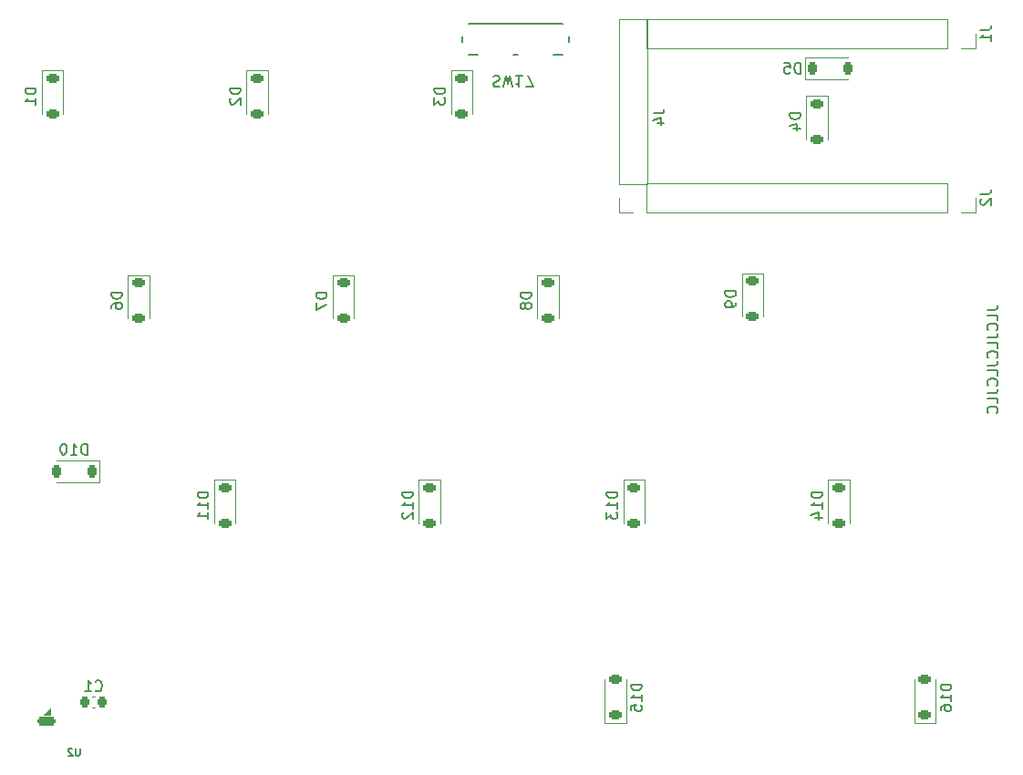
<source format=gbo>
%TF.GenerationSoftware,KiCad,Pcbnew,7.0.10*%
%TF.CreationDate,2024-04-29T20:55:19+02:00*%
%TF.ProjectId,Mathboard,4d617468-626f-4617-9264-2e6b69636164,rev?*%
%TF.SameCoordinates,Original*%
%TF.FileFunction,Legend,Bot*%
%TF.FilePolarity,Positive*%
%FSLAX46Y46*%
G04 Gerber Fmt 4.6, Leading zero omitted, Abs format (unit mm)*
G04 Created by KiCad (PCBNEW 7.0.10) date 2024-04-29 20:55:19*
%MOMM*%
%LPD*%
G01*
G04 APERTURE LIST*
G04 Aperture macros list*
%AMRoundRect*
0 Rectangle with rounded corners*
0 $1 Rounding radius*
0 $2 $3 $4 $5 $6 $7 $8 $9 X,Y pos of 4 corners*
0 Add a 4 corners polygon primitive as box body*
4,1,4,$2,$3,$4,$5,$6,$7,$8,$9,$2,$3,0*
0 Add four circle primitives for the rounded corners*
1,1,$1+$1,$2,$3*
1,1,$1+$1,$4,$5*
1,1,$1+$1,$6,$7*
1,1,$1+$1,$8,$9*
0 Add four rect primitives between the rounded corners*
20,1,$1+$1,$2,$3,$4,$5,0*
20,1,$1+$1,$4,$5,$6,$7,0*
20,1,$1+$1,$6,$7,$8,$9,0*
20,1,$1+$1,$8,$9,$2,$3,0*%
G04 Aperture macros list end*
%ADD10C,0.150000*%
%ADD11C,0.120000*%
%ADD12C,0.152400*%
%ADD13C,0.100000*%
%ADD14C,5.250000*%
%ADD15C,2.500000*%
%ADD16C,2.700000*%
%ADD17RoundRect,0.225000X0.225000X0.375000X-0.225000X0.375000X-0.225000X-0.375000X0.225000X-0.375000X0*%
%ADD18RoundRect,0.225000X0.375000X-0.225000X0.375000X0.225000X-0.375000X0.225000X-0.375000X-0.225000X0*%
%ADD19R,1.700000X1.700000*%
%ADD20O,1.700000X1.700000*%
%ADD21RoundRect,0.225000X-0.375000X0.225000X-0.375000X-0.225000X0.375000X-0.225000X0.375000X0.225000X0*%
%ADD22RoundRect,0.225000X-0.225000X-0.375000X0.225000X-0.375000X0.225000X0.375000X-0.225000X0.375000X0*%
%ADD23RoundRect,0.225000X0.225000X0.250000X-0.225000X0.250000X-0.225000X-0.250000X0.225000X-0.250000X0*%
%ADD24R,0.406400X1.499997*%
%ADD25R,0.990600X0.812800*%
%ADD26C,1.397000*%
%ADD27R,1.700000X0.820000*%
%ADD28RoundRect,0.205000X0.645000X0.205000X-0.645000X0.205000X-0.645000X-0.205000X0.645000X-0.205000X0*%
G04 APERTURE END LIST*
D10*
X177069819Y-69022493D02*
X177784104Y-69022493D01*
X177784104Y-69022493D02*
X177926961Y-68974874D01*
X177926961Y-68974874D02*
X178022200Y-68879636D01*
X178022200Y-68879636D02*
X178069819Y-68736779D01*
X178069819Y-68736779D02*
X178069819Y-68641541D01*
X178069819Y-69974874D02*
X178069819Y-69498684D01*
X178069819Y-69498684D02*
X177069819Y-69498684D01*
X177974580Y-70879636D02*
X178022200Y-70832017D01*
X178022200Y-70832017D02*
X178069819Y-70689160D01*
X178069819Y-70689160D02*
X178069819Y-70593922D01*
X178069819Y-70593922D02*
X178022200Y-70451065D01*
X178022200Y-70451065D02*
X177926961Y-70355827D01*
X177926961Y-70355827D02*
X177831723Y-70308208D01*
X177831723Y-70308208D02*
X177641247Y-70260589D01*
X177641247Y-70260589D02*
X177498390Y-70260589D01*
X177498390Y-70260589D02*
X177307914Y-70308208D01*
X177307914Y-70308208D02*
X177212676Y-70355827D01*
X177212676Y-70355827D02*
X177117438Y-70451065D01*
X177117438Y-70451065D02*
X177069819Y-70593922D01*
X177069819Y-70593922D02*
X177069819Y-70689160D01*
X177069819Y-70689160D02*
X177117438Y-70832017D01*
X177117438Y-70832017D02*
X177165057Y-70879636D01*
X177069819Y-71593922D02*
X177784104Y-71593922D01*
X177784104Y-71593922D02*
X177926961Y-71546303D01*
X177926961Y-71546303D02*
X178022200Y-71451065D01*
X178022200Y-71451065D02*
X178069819Y-71308208D01*
X178069819Y-71308208D02*
X178069819Y-71212970D01*
X178069819Y-72546303D02*
X178069819Y-72070113D01*
X178069819Y-72070113D02*
X177069819Y-72070113D01*
X177974580Y-73451065D02*
X178022200Y-73403446D01*
X178022200Y-73403446D02*
X178069819Y-73260589D01*
X178069819Y-73260589D02*
X178069819Y-73165351D01*
X178069819Y-73165351D02*
X178022200Y-73022494D01*
X178022200Y-73022494D02*
X177926961Y-72927256D01*
X177926961Y-72927256D02*
X177831723Y-72879637D01*
X177831723Y-72879637D02*
X177641247Y-72832018D01*
X177641247Y-72832018D02*
X177498390Y-72832018D01*
X177498390Y-72832018D02*
X177307914Y-72879637D01*
X177307914Y-72879637D02*
X177212676Y-72927256D01*
X177212676Y-72927256D02*
X177117438Y-73022494D01*
X177117438Y-73022494D02*
X177069819Y-73165351D01*
X177069819Y-73165351D02*
X177069819Y-73260589D01*
X177069819Y-73260589D02*
X177117438Y-73403446D01*
X177117438Y-73403446D02*
X177165057Y-73451065D01*
X177069819Y-74165351D02*
X177784104Y-74165351D01*
X177784104Y-74165351D02*
X177926961Y-74117732D01*
X177926961Y-74117732D02*
X178022200Y-74022494D01*
X178022200Y-74022494D02*
X178069819Y-73879637D01*
X178069819Y-73879637D02*
X178069819Y-73784399D01*
X178069819Y-75117732D02*
X178069819Y-74641542D01*
X178069819Y-74641542D02*
X177069819Y-74641542D01*
X177974580Y-76022494D02*
X178022200Y-75974875D01*
X178022200Y-75974875D02*
X178069819Y-75832018D01*
X178069819Y-75832018D02*
X178069819Y-75736780D01*
X178069819Y-75736780D02*
X178022200Y-75593923D01*
X178022200Y-75593923D02*
X177926961Y-75498685D01*
X177926961Y-75498685D02*
X177831723Y-75451066D01*
X177831723Y-75451066D02*
X177641247Y-75403447D01*
X177641247Y-75403447D02*
X177498390Y-75403447D01*
X177498390Y-75403447D02*
X177307914Y-75451066D01*
X177307914Y-75451066D02*
X177212676Y-75498685D01*
X177212676Y-75498685D02*
X177117438Y-75593923D01*
X177117438Y-75593923D02*
X177069819Y-75736780D01*
X177069819Y-75736780D02*
X177069819Y-75832018D01*
X177069819Y-75832018D02*
X177117438Y-75974875D01*
X177117438Y-75974875D02*
X177165057Y-76022494D01*
X177069819Y-76736780D02*
X177784104Y-76736780D01*
X177784104Y-76736780D02*
X177926961Y-76689161D01*
X177926961Y-76689161D02*
X178022200Y-76593923D01*
X178022200Y-76593923D02*
X178069819Y-76451066D01*
X178069819Y-76451066D02*
X178069819Y-76355828D01*
X178069819Y-77689161D02*
X178069819Y-77212971D01*
X178069819Y-77212971D02*
X177069819Y-77212971D01*
X177974580Y-78593923D02*
X178022200Y-78546304D01*
X178022200Y-78546304D02*
X178069819Y-78403447D01*
X178069819Y-78403447D02*
X178069819Y-78308209D01*
X178069819Y-78308209D02*
X178022200Y-78165352D01*
X178022200Y-78165352D02*
X177926961Y-78070114D01*
X177926961Y-78070114D02*
X177831723Y-78022495D01*
X177831723Y-78022495D02*
X177641247Y-77974876D01*
X177641247Y-77974876D02*
X177498390Y-77974876D01*
X177498390Y-77974876D02*
X177307914Y-78022495D01*
X177307914Y-78022495D02*
X177212676Y-78070114D01*
X177212676Y-78070114D02*
X177117438Y-78165352D01*
X177117438Y-78165352D02*
X177069819Y-78308209D01*
X177069819Y-78308209D02*
X177069819Y-78403447D01*
X177069819Y-78403447D02*
X177117438Y-78546304D01*
X177117438Y-78546304D02*
X177165057Y-78593923D01*
X93514285Y-82454819D02*
X93514285Y-81454819D01*
X93514285Y-81454819D02*
X93276190Y-81454819D01*
X93276190Y-81454819D02*
X93133333Y-81502438D01*
X93133333Y-81502438D02*
X93038095Y-81597676D01*
X93038095Y-81597676D02*
X92990476Y-81692914D01*
X92990476Y-81692914D02*
X92942857Y-81883390D01*
X92942857Y-81883390D02*
X92942857Y-82026247D01*
X92942857Y-82026247D02*
X92990476Y-82216723D01*
X92990476Y-82216723D02*
X93038095Y-82311961D01*
X93038095Y-82311961D02*
X93133333Y-82407200D01*
X93133333Y-82407200D02*
X93276190Y-82454819D01*
X93276190Y-82454819D02*
X93514285Y-82454819D01*
X91990476Y-82454819D02*
X92561904Y-82454819D01*
X92276190Y-82454819D02*
X92276190Y-81454819D01*
X92276190Y-81454819D02*
X92371428Y-81597676D01*
X92371428Y-81597676D02*
X92466666Y-81692914D01*
X92466666Y-81692914D02*
X92561904Y-81740533D01*
X91371428Y-81454819D02*
X91276190Y-81454819D01*
X91276190Y-81454819D02*
X91180952Y-81502438D01*
X91180952Y-81502438D02*
X91133333Y-81550057D01*
X91133333Y-81550057D02*
X91085714Y-81645295D01*
X91085714Y-81645295D02*
X91038095Y-81835771D01*
X91038095Y-81835771D02*
X91038095Y-82073866D01*
X91038095Y-82073866D02*
X91085714Y-82264342D01*
X91085714Y-82264342D02*
X91133333Y-82359580D01*
X91133333Y-82359580D02*
X91180952Y-82407200D01*
X91180952Y-82407200D02*
X91276190Y-82454819D01*
X91276190Y-82454819D02*
X91371428Y-82454819D01*
X91371428Y-82454819D02*
X91466666Y-82407200D01*
X91466666Y-82407200D02*
X91514285Y-82359580D01*
X91514285Y-82359580D02*
X91561904Y-82264342D01*
X91561904Y-82264342D02*
X91609523Y-82073866D01*
X91609523Y-82073866D02*
X91609523Y-81835771D01*
X91609523Y-81835771D02*
X91561904Y-81645295D01*
X91561904Y-81645295D02*
X91514285Y-81550057D01*
X91514285Y-81550057D02*
X91466666Y-81502438D01*
X91466666Y-81502438D02*
X91371428Y-81454819D01*
X173754819Y-103785714D02*
X172754819Y-103785714D01*
X172754819Y-103785714D02*
X172754819Y-104023809D01*
X172754819Y-104023809D02*
X172802438Y-104166666D01*
X172802438Y-104166666D02*
X172897676Y-104261904D01*
X172897676Y-104261904D02*
X172992914Y-104309523D01*
X172992914Y-104309523D02*
X173183390Y-104357142D01*
X173183390Y-104357142D02*
X173326247Y-104357142D01*
X173326247Y-104357142D02*
X173516723Y-104309523D01*
X173516723Y-104309523D02*
X173611961Y-104261904D01*
X173611961Y-104261904D02*
X173707200Y-104166666D01*
X173707200Y-104166666D02*
X173754819Y-104023809D01*
X173754819Y-104023809D02*
X173754819Y-103785714D01*
X173754819Y-105309523D02*
X173754819Y-104738095D01*
X173754819Y-105023809D02*
X172754819Y-105023809D01*
X172754819Y-105023809D02*
X172897676Y-104928571D01*
X172897676Y-104928571D02*
X172992914Y-104833333D01*
X172992914Y-104833333D02*
X173040533Y-104738095D01*
X172754819Y-106166666D02*
X172754819Y-105976190D01*
X172754819Y-105976190D02*
X172802438Y-105880952D01*
X172802438Y-105880952D02*
X172850057Y-105833333D01*
X172850057Y-105833333D02*
X172992914Y-105738095D01*
X172992914Y-105738095D02*
X173183390Y-105690476D01*
X173183390Y-105690476D02*
X173564342Y-105690476D01*
X173564342Y-105690476D02*
X173659580Y-105738095D01*
X173659580Y-105738095D02*
X173707200Y-105785714D01*
X173707200Y-105785714D02*
X173754819Y-105880952D01*
X173754819Y-105880952D02*
X173754819Y-106071428D01*
X173754819Y-106071428D02*
X173707200Y-106166666D01*
X173707200Y-106166666D02*
X173659580Y-106214285D01*
X173659580Y-106214285D02*
X173564342Y-106261904D01*
X173564342Y-106261904D02*
X173326247Y-106261904D01*
X173326247Y-106261904D02*
X173231009Y-106214285D01*
X173231009Y-106214285D02*
X173183390Y-106166666D01*
X173183390Y-106166666D02*
X173135771Y-106071428D01*
X173135771Y-106071428D02*
X173135771Y-105880952D01*
X173135771Y-105880952D02*
X173183390Y-105785714D01*
X173183390Y-105785714D02*
X173231009Y-105738095D01*
X173231009Y-105738095D02*
X173326247Y-105690476D01*
X176464819Y-43026666D02*
X177179104Y-43026666D01*
X177179104Y-43026666D02*
X177321961Y-42979047D01*
X177321961Y-42979047D02*
X177417200Y-42883809D01*
X177417200Y-42883809D02*
X177464819Y-42740952D01*
X177464819Y-42740952D02*
X177464819Y-42645714D01*
X177464819Y-44026666D02*
X177464819Y-43455238D01*
X177464819Y-43740952D02*
X176464819Y-43740952D01*
X176464819Y-43740952D02*
X176607676Y-43645714D01*
X176607676Y-43645714D02*
X176702914Y-43550476D01*
X176702914Y-43550476D02*
X176750533Y-43455238D01*
X107754819Y-48411905D02*
X106754819Y-48411905D01*
X106754819Y-48411905D02*
X106754819Y-48650000D01*
X106754819Y-48650000D02*
X106802438Y-48792857D01*
X106802438Y-48792857D02*
X106897676Y-48888095D01*
X106897676Y-48888095D02*
X106992914Y-48935714D01*
X106992914Y-48935714D02*
X107183390Y-48983333D01*
X107183390Y-48983333D02*
X107326247Y-48983333D01*
X107326247Y-48983333D02*
X107516723Y-48935714D01*
X107516723Y-48935714D02*
X107611961Y-48888095D01*
X107611961Y-48888095D02*
X107707200Y-48792857D01*
X107707200Y-48792857D02*
X107754819Y-48650000D01*
X107754819Y-48650000D02*
X107754819Y-48411905D01*
X106850057Y-49364286D02*
X106802438Y-49411905D01*
X106802438Y-49411905D02*
X106754819Y-49507143D01*
X106754819Y-49507143D02*
X106754819Y-49745238D01*
X106754819Y-49745238D02*
X106802438Y-49840476D01*
X106802438Y-49840476D02*
X106850057Y-49888095D01*
X106850057Y-49888095D02*
X106945295Y-49935714D01*
X106945295Y-49935714D02*
X107040533Y-49935714D01*
X107040533Y-49935714D02*
X107183390Y-49888095D01*
X107183390Y-49888095D02*
X107754819Y-49316667D01*
X107754819Y-49316667D02*
X107754819Y-49935714D01*
X115754819Y-67411905D02*
X114754819Y-67411905D01*
X114754819Y-67411905D02*
X114754819Y-67650000D01*
X114754819Y-67650000D02*
X114802438Y-67792857D01*
X114802438Y-67792857D02*
X114897676Y-67888095D01*
X114897676Y-67888095D02*
X114992914Y-67935714D01*
X114992914Y-67935714D02*
X115183390Y-67983333D01*
X115183390Y-67983333D02*
X115326247Y-67983333D01*
X115326247Y-67983333D02*
X115516723Y-67935714D01*
X115516723Y-67935714D02*
X115611961Y-67888095D01*
X115611961Y-67888095D02*
X115707200Y-67792857D01*
X115707200Y-67792857D02*
X115754819Y-67650000D01*
X115754819Y-67650000D02*
X115754819Y-67411905D01*
X114754819Y-68316667D02*
X114754819Y-68983333D01*
X114754819Y-68983333D02*
X115754819Y-68554762D01*
X123754819Y-85935714D02*
X122754819Y-85935714D01*
X122754819Y-85935714D02*
X122754819Y-86173809D01*
X122754819Y-86173809D02*
X122802438Y-86316666D01*
X122802438Y-86316666D02*
X122897676Y-86411904D01*
X122897676Y-86411904D02*
X122992914Y-86459523D01*
X122992914Y-86459523D02*
X123183390Y-86507142D01*
X123183390Y-86507142D02*
X123326247Y-86507142D01*
X123326247Y-86507142D02*
X123516723Y-86459523D01*
X123516723Y-86459523D02*
X123611961Y-86411904D01*
X123611961Y-86411904D02*
X123707200Y-86316666D01*
X123707200Y-86316666D02*
X123754819Y-86173809D01*
X123754819Y-86173809D02*
X123754819Y-85935714D01*
X123754819Y-87459523D02*
X123754819Y-86888095D01*
X123754819Y-87173809D02*
X122754819Y-87173809D01*
X122754819Y-87173809D02*
X122897676Y-87078571D01*
X122897676Y-87078571D02*
X122992914Y-86983333D01*
X122992914Y-86983333D02*
X123040533Y-86888095D01*
X122850057Y-87840476D02*
X122802438Y-87888095D01*
X122802438Y-87888095D02*
X122754819Y-87983333D01*
X122754819Y-87983333D02*
X122754819Y-88221428D01*
X122754819Y-88221428D02*
X122802438Y-88316666D01*
X122802438Y-88316666D02*
X122850057Y-88364285D01*
X122850057Y-88364285D02*
X122945295Y-88411904D01*
X122945295Y-88411904D02*
X123040533Y-88411904D01*
X123040533Y-88411904D02*
X123183390Y-88364285D01*
X123183390Y-88364285D02*
X123754819Y-87792857D01*
X123754819Y-87792857D02*
X123754819Y-88411904D01*
X88754819Y-48411905D02*
X87754819Y-48411905D01*
X87754819Y-48411905D02*
X87754819Y-48650000D01*
X87754819Y-48650000D02*
X87802438Y-48792857D01*
X87802438Y-48792857D02*
X87897676Y-48888095D01*
X87897676Y-48888095D02*
X87992914Y-48935714D01*
X87992914Y-48935714D02*
X88183390Y-48983333D01*
X88183390Y-48983333D02*
X88326247Y-48983333D01*
X88326247Y-48983333D02*
X88516723Y-48935714D01*
X88516723Y-48935714D02*
X88611961Y-48888095D01*
X88611961Y-48888095D02*
X88707200Y-48792857D01*
X88707200Y-48792857D02*
X88754819Y-48650000D01*
X88754819Y-48650000D02*
X88754819Y-48411905D01*
X88754819Y-49935714D02*
X88754819Y-49364286D01*
X88754819Y-49650000D02*
X87754819Y-49650000D01*
X87754819Y-49650000D02*
X87897676Y-49554762D01*
X87897676Y-49554762D02*
X87992914Y-49459524D01*
X87992914Y-49459524D02*
X88040533Y-49364286D01*
X159738094Y-47054819D02*
X159738094Y-46054819D01*
X159738094Y-46054819D02*
X159499999Y-46054819D01*
X159499999Y-46054819D02*
X159357142Y-46102438D01*
X159357142Y-46102438D02*
X159261904Y-46197676D01*
X159261904Y-46197676D02*
X159214285Y-46292914D01*
X159214285Y-46292914D02*
X159166666Y-46483390D01*
X159166666Y-46483390D02*
X159166666Y-46626247D01*
X159166666Y-46626247D02*
X159214285Y-46816723D01*
X159214285Y-46816723D02*
X159261904Y-46911961D01*
X159261904Y-46911961D02*
X159357142Y-47007200D01*
X159357142Y-47007200D02*
X159499999Y-47054819D01*
X159499999Y-47054819D02*
X159738094Y-47054819D01*
X158261904Y-46054819D02*
X158738094Y-46054819D01*
X158738094Y-46054819D02*
X158785713Y-46531009D01*
X158785713Y-46531009D02*
X158738094Y-46483390D01*
X158738094Y-46483390D02*
X158642856Y-46435771D01*
X158642856Y-46435771D02*
X158404761Y-46435771D01*
X158404761Y-46435771D02*
X158309523Y-46483390D01*
X158309523Y-46483390D02*
X158261904Y-46531009D01*
X158261904Y-46531009D02*
X158214285Y-46626247D01*
X158214285Y-46626247D02*
X158214285Y-46864342D01*
X158214285Y-46864342D02*
X158261904Y-46959580D01*
X158261904Y-46959580D02*
X158309523Y-47007200D01*
X158309523Y-47007200D02*
X158404761Y-47054819D01*
X158404761Y-47054819D02*
X158642856Y-47054819D01*
X158642856Y-47054819D02*
X158738094Y-47007200D01*
X158738094Y-47007200D02*
X158785713Y-46959580D01*
X176464819Y-58266666D02*
X177179104Y-58266666D01*
X177179104Y-58266666D02*
X177321961Y-58219047D01*
X177321961Y-58219047D02*
X177417200Y-58123809D01*
X177417200Y-58123809D02*
X177464819Y-57980952D01*
X177464819Y-57980952D02*
X177464819Y-57885714D01*
X176560057Y-58695238D02*
X176512438Y-58742857D01*
X176512438Y-58742857D02*
X176464819Y-58838095D01*
X176464819Y-58838095D02*
X176464819Y-59076190D01*
X176464819Y-59076190D02*
X176512438Y-59171428D01*
X176512438Y-59171428D02*
X176560057Y-59219047D01*
X176560057Y-59219047D02*
X176655295Y-59266666D01*
X176655295Y-59266666D02*
X176750533Y-59266666D01*
X176750533Y-59266666D02*
X176893390Y-59219047D01*
X176893390Y-59219047D02*
X177464819Y-58647619D01*
X177464819Y-58647619D02*
X177464819Y-59266666D01*
X153754819Y-67261905D02*
X152754819Y-67261905D01*
X152754819Y-67261905D02*
X152754819Y-67500000D01*
X152754819Y-67500000D02*
X152802438Y-67642857D01*
X152802438Y-67642857D02*
X152897676Y-67738095D01*
X152897676Y-67738095D02*
X152992914Y-67785714D01*
X152992914Y-67785714D02*
X153183390Y-67833333D01*
X153183390Y-67833333D02*
X153326247Y-67833333D01*
X153326247Y-67833333D02*
X153516723Y-67785714D01*
X153516723Y-67785714D02*
X153611961Y-67738095D01*
X153611961Y-67738095D02*
X153707200Y-67642857D01*
X153707200Y-67642857D02*
X153754819Y-67500000D01*
X153754819Y-67500000D02*
X153754819Y-67261905D01*
X153754819Y-68309524D02*
X153754819Y-68500000D01*
X153754819Y-68500000D02*
X153707200Y-68595238D01*
X153707200Y-68595238D02*
X153659580Y-68642857D01*
X153659580Y-68642857D02*
X153516723Y-68738095D01*
X153516723Y-68738095D02*
X153326247Y-68785714D01*
X153326247Y-68785714D02*
X152945295Y-68785714D01*
X152945295Y-68785714D02*
X152850057Y-68738095D01*
X152850057Y-68738095D02*
X152802438Y-68690476D01*
X152802438Y-68690476D02*
X152754819Y-68595238D01*
X152754819Y-68595238D02*
X152754819Y-68404762D01*
X152754819Y-68404762D02*
X152802438Y-68309524D01*
X152802438Y-68309524D02*
X152850057Y-68261905D01*
X152850057Y-68261905D02*
X152945295Y-68214286D01*
X152945295Y-68214286D02*
X153183390Y-68214286D01*
X153183390Y-68214286D02*
X153278628Y-68261905D01*
X153278628Y-68261905D02*
X153326247Y-68309524D01*
X153326247Y-68309524D02*
X153373866Y-68404762D01*
X153373866Y-68404762D02*
X153373866Y-68595238D01*
X153373866Y-68595238D02*
X153326247Y-68690476D01*
X153326247Y-68690476D02*
X153278628Y-68738095D01*
X153278628Y-68738095D02*
X153183390Y-68785714D01*
X126754819Y-48411905D02*
X125754819Y-48411905D01*
X125754819Y-48411905D02*
X125754819Y-48650000D01*
X125754819Y-48650000D02*
X125802438Y-48792857D01*
X125802438Y-48792857D02*
X125897676Y-48888095D01*
X125897676Y-48888095D02*
X125992914Y-48935714D01*
X125992914Y-48935714D02*
X126183390Y-48983333D01*
X126183390Y-48983333D02*
X126326247Y-48983333D01*
X126326247Y-48983333D02*
X126516723Y-48935714D01*
X126516723Y-48935714D02*
X126611961Y-48888095D01*
X126611961Y-48888095D02*
X126707200Y-48792857D01*
X126707200Y-48792857D02*
X126754819Y-48650000D01*
X126754819Y-48650000D02*
X126754819Y-48411905D01*
X125754819Y-49316667D02*
X125754819Y-49935714D01*
X125754819Y-49935714D02*
X126135771Y-49602381D01*
X126135771Y-49602381D02*
X126135771Y-49745238D01*
X126135771Y-49745238D02*
X126183390Y-49840476D01*
X126183390Y-49840476D02*
X126231009Y-49888095D01*
X126231009Y-49888095D02*
X126326247Y-49935714D01*
X126326247Y-49935714D02*
X126564342Y-49935714D01*
X126564342Y-49935714D02*
X126659580Y-49888095D01*
X126659580Y-49888095D02*
X126707200Y-49840476D01*
X126707200Y-49840476D02*
X126754819Y-49745238D01*
X126754819Y-49745238D02*
X126754819Y-49459524D01*
X126754819Y-49459524D02*
X126707200Y-49364286D01*
X126707200Y-49364286D02*
X126659580Y-49316667D01*
X104754819Y-85935714D02*
X103754819Y-85935714D01*
X103754819Y-85935714D02*
X103754819Y-86173809D01*
X103754819Y-86173809D02*
X103802438Y-86316666D01*
X103802438Y-86316666D02*
X103897676Y-86411904D01*
X103897676Y-86411904D02*
X103992914Y-86459523D01*
X103992914Y-86459523D02*
X104183390Y-86507142D01*
X104183390Y-86507142D02*
X104326247Y-86507142D01*
X104326247Y-86507142D02*
X104516723Y-86459523D01*
X104516723Y-86459523D02*
X104611961Y-86411904D01*
X104611961Y-86411904D02*
X104707200Y-86316666D01*
X104707200Y-86316666D02*
X104754819Y-86173809D01*
X104754819Y-86173809D02*
X104754819Y-85935714D01*
X104754819Y-87459523D02*
X104754819Y-86888095D01*
X104754819Y-87173809D02*
X103754819Y-87173809D01*
X103754819Y-87173809D02*
X103897676Y-87078571D01*
X103897676Y-87078571D02*
X103992914Y-86983333D01*
X103992914Y-86983333D02*
X104040533Y-86888095D01*
X104754819Y-88411904D02*
X104754819Y-87840476D01*
X104754819Y-88126190D02*
X103754819Y-88126190D01*
X103754819Y-88126190D02*
X103897676Y-88030952D01*
X103897676Y-88030952D02*
X103992914Y-87935714D01*
X103992914Y-87935714D02*
X104040533Y-87840476D01*
X94273666Y-104339580D02*
X94321285Y-104387200D01*
X94321285Y-104387200D02*
X94464142Y-104434819D01*
X94464142Y-104434819D02*
X94559380Y-104434819D01*
X94559380Y-104434819D02*
X94702237Y-104387200D01*
X94702237Y-104387200D02*
X94797475Y-104291961D01*
X94797475Y-104291961D02*
X94845094Y-104196723D01*
X94845094Y-104196723D02*
X94892713Y-104006247D01*
X94892713Y-104006247D02*
X94892713Y-103863390D01*
X94892713Y-103863390D02*
X94845094Y-103672914D01*
X94845094Y-103672914D02*
X94797475Y-103577676D01*
X94797475Y-103577676D02*
X94702237Y-103482438D01*
X94702237Y-103482438D02*
X94559380Y-103434819D01*
X94559380Y-103434819D02*
X94464142Y-103434819D01*
X94464142Y-103434819D02*
X94321285Y-103482438D01*
X94321285Y-103482438D02*
X94273666Y-103530057D01*
X93321285Y-104434819D02*
X93892713Y-104434819D01*
X93606999Y-104434819D02*
X93606999Y-103434819D01*
X93606999Y-103434819D02*
X93702237Y-103577676D01*
X93702237Y-103577676D02*
X93797475Y-103672914D01*
X93797475Y-103672914D02*
X93892713Y-103720533D01*
X134754819Y-67411905D02*
X133754819Y-67411905D01*
X133754819Y-67411905D02*
X133754819Y-67650000D01*
X133754819Y-67650000D02*
X133802438Y-67792857D01*
X133802438Y-67792857D02*
X133897676Y-67888095D01*
X133897676Y-67888095D02*
X133992914Y-67935714D01*
X133992914Y-67935714D02*
X134183390Y-67983333D01*
X134183390Y-67983333D02*
X134326247Y-67983333D01*
X134326247Y-67983333D02*
X134516723Y-67935714D01*
X134516723Y-67935714D02*
X134611961Y-67888095D01*
X134611961Y-67888095D02*
X134707200Y-67792857D01*
X134707200Y-67792857D02*
X134754819Y-67650000D01*
X134754819Y-67650000D02*
X134754819Y-67411905D01*
X134183390Y-68554762D02*
X134135771Y-68459524D01*
X134135771Y-68459524D02*
X134088152Y-68411905D01*
X134088152Y-68411905D02*
X133992914Y-68364286D01*
X133992914Y-68364286D02*
X133945295Y-68364286D01*
X133945295Y-68364286D02*
X133850057Y-68411905D01*
X133850057Y-68411905D02*
X133802438Y-68459524D01*
X133802438Y-68459524D02*
X133754819Y-68554762D01*
X133754819Y-68554762D02*
X133754819Y-68745238D01*
X133754819Y-68745238D02*
X133802438Y-68840476D01*
X133802438Y-68840476D02*
X133850057Y-68888095D01*
X133850057Y-68888095D02*
X133945295Y-68935714D01*
X133945295Y-68935714D02*
X133992914Y-68935714D01*
X133992914Y-68935714D02*
X134088152Y-68888095D01*
X134088152Y-68888095D02*
X134135771Y-68840476D01*
X134135771Y-68840476D02*
X134183390Y-68745238D01*
X134183390Y-68745238D02*
X134183390Y-68554762D01*
X134183390Y-68554762D02*
X134231009Y-68459524D01*
X134231009Y-68459524D02*
X134278628Y-68411905D01*
X134278628Y-68411905D02*
X134373866Y-68364286D01*
X134373866Y-68364286D02*
X134564342Y-68364286D01*
X134564342Y-68364286D02*
X134659580Y-68411905D01*
X134659580Y-68411905D02*
X134707200Y-68459524D01*
X134707200Y-68459524D02*
X134754819Y-68554762D01*
X134754819Y-68554762D02*
X134754819Y-68745238D01*
X134754819Y-68745238D02*
X134707200Y-68840476D01*
X134707200Y-68840476D02*
X134659580Y-68888095D01*
X134659580Y-68888095D02*
X134564342Y-68935714D01*
X134564342Y-68935714D02*
X134373866Y-68935714D01*
X134373866Y-68935714D02*
X134278628Y-68888095D01*
X134278628Y-68888095D02*
X134231009Y-68840476D01*
X134231009Y-68840476D02*
X134183390Y-68745238D01*
X146093219Y-50773666D02*
X146807504Y-50773666D01*
X146807504Y-50773666D02*
X146950361Y-50726047D01*
X146950361Y-50726047D02*
X147045600Y-50630809D01*
X147045600Y-50630809D02*
X147093219Y-50487952D01*
X147093219Y-50487952D02*
X147093219Y-50392714D01*
X146426552Y-51678428D02*
X147093219Y-51678428D01*
X146045600Y-51440333D02*
X146759885Y-51202238D01*
X146759885Y-51202238D02*
X146759885Y-51821285D01*
X145004819Y-103785714D02*
X144004819Y-103785714D01*
X144004819Y-103785714D02*
X144004819Y-104023809D01*
X144004819Y-104023809D02*
X144052438Y-104166666D01*
X144052438Y-104166666D02*
X144147676Y-104261904D01*
X144147676Y-104261904D02*
X144242914Y-104309523D01*
X144242914Y-104309523D02*
X144433390Y-104357142D01*
X144433390Y-104357142D02*
X144576247Y-104357142D01*
X144576247Y-104357142D02*
X144766723Y-104309523D01*
X144766723Y-104309523D02*
X144861961Y-104261904D01*
X144861961Y-104261904D02*
X144957200Y-104166666D01*
X144957200Y-104166666D02*
X145004819Y-104023809D01*
X145004819Y-104023809D02*
X145004819Y-103785714D01*
X145004819Y-105309523D02*
X145004819Y-104738095D01*
X145004819Y-105023809D02*
X144004819Y-105023809D01*
X144004819Y-105023809D02*
X144147676Y-104928571D01*
X144147676Y-104928571D02*
X144242914Y-104833333D01*
X144242914Y-104833333D02*
X144290533Y-104738095D01*
X144004819Y-106214285D02*
X144004819Y-105738095D01*
X144004819Y-105738095D02*
X144481009Y-105690476D01*
X144481009Y-105690476D02*
X144433390Y-105738095D01*
X144433390Y-105738095D02*
X144385771Y-105833333D01*
X144385771Y-105833333D02*
X144385771Y-106071428D01*
X144385771Y-106071428D02*
X144433390Y-106166666D01*
X144433390Y-106166666D02*
X144481009Y-106214285D01*
X144481009Y-106214285D02*
X144576247Y-106261904D01*
X144576247Y-106261904D02*
X144814342Y-106261904D01*
X144814342Y-106261904D02*
X144909580Y-106214285D01*
X144909580Y-106214285D02*
X144957200Y-106166666D01*
X144957200Y-106166666D02*
X145004819Y-106071428D01*
X145004819Y-106071428D02*
X145004819Y-105833333D01*
X145004819Y-105833333D02*
X144957200Y-105738095D01*
X144957200Y-105738095D02*
X144909580Y-105690476D01*
X142754819Y-85935714D02*
X141754819Y-85935714D01*
X141754819Y-85935714D02*
X141754819Y-86173809D01*
X141754819Y-86173809D02*
X141802438Y-86316666D01*
X141802438Y-86316666D02*
X141897676Y-86411904D01*
X141897676Y-86411904D02*
X141992914Y-86459523D01*
X141992914Y-86459523D02*
X142183390Y-86507142D01*
X142183390Y-86507142D02*
X142326247Y-86507142D01*
X142326247Y-86507142D02*
X142516723Y-86459523D01*
X142516723Y-86459523D02*
X142611961Y-86411904D01*
X142611961Y-86411904D02*
X142707200Y-86316666D01*
X142707200Y-86316666D02*
X142754819Y-86173809D01*
X142754819Y-86173809D02*
X142754819Y-85935714D01*
X142754819Y-87459523D02*
X142754819Y-86888095D01*
X142754819Y-87173809D02*
X141754819Y-87173809D01*
X141754819Y-87173809D02*
X141897676Y-87078571D01*
X141897676Y-87078571D02*
X141992914Y-86983333D01*
X141992914Y-86983333D02*
X142040533Y-86888095D01*
X141754819Y-87792857D02*
X141754819Y-88411904D01*
X141754819Y-88411904D02*
X142135771Y-88078571D01*
X142135771Y-88078571D02*
X142135771Y-88221428D01*
X142135771Y-88221428D02*
X142183390Y-88316666D01*
X142183390Y-88316666D02*
X142231009Y-88364285D01*
X142231009Y-88364285D02*
X142326247Y-88411904D01*
X142326247Y-88411904D02*
X142564342Y-88411904D01*
X142564342Y-88411904D02*
X142659580Y-88364285D01*
X142659580Y-88364285D02*
X142707200Y-88316666D01*
X142707200Y-88316666D02*
X142754819Y-88221428D01*
X142754819Y-88221428D02*
X142754819Y-87935714D01*
X142754819Y-87935714D02*
X142707200Y-87840476D01*
X142707200Y-87840476D02*
X142659580Y-87792857D01*
X96754819Y-67411905D02*
X95754819Y-67411905D01*
X95754819Y-67411905D02*
X95754819Y-67650000D01*
X95754819Y-67650000D02*
X95802438Y-67792857D01*
X95802438Y-67792857D02*
X95897676Y-67888095D01*
X95897676Y-67888095D02*
X95992914Y-67935714D01*
X95992914Y-67935714D02*
X96183390Y-67983333D01*
X96183390Y-67983333D02*
X96326247Y-67983333D01*
X96326247Y-67983333D02*
X96516723Y-67935714D01*
X96516723Y-67935714D02*
X96611961Y-67888095D01*
X96611961Y-67888095D02*
X96707200Y-67792857D01*
X96707200Y-67792857D02*
X96754819Y-67650000D01*
X96754819Y-67650000D02*
X96754819Y-67411905D01*
X95754819Y-68840476D02*
X95754819Y-68650000D01*
X95754819Y-68650000D02*
X95802438Y-68554762D01*
X95802438Y-68554762D02*
X95850057Y-68507143D01*
X95850057Y-68507143D02*
X95992914Y-68411905D01*
X95992914Y-68411905D02*
X96183390Y-68364286D01*
X96183390Y-68364286D02*
X96564342Y-68364286D01*
X96564342Y-68364286D02*
X96659580Y-68411905D01*
X96659580Y-68411905D02*
X96707200Y-68459524D01*
X96707200Y-68459524D02*
X96754819Y-68554762D01*
X96754819Y-68554762D02*
X96754819Y-68745238D01*
X96754819Y-68745238D02*
X96707200Y-68840476D01*
X96707200Y-68840476D02*
X96659580Y-68888095D01*
X96659580Y-68888095D02*
X96564342Y-68935714D01*
X96564342Y-68935714D02*
X96326247Y-68935714D01*
X96326247Y-68935714D02*
X96231009Y-68888095D01*
X96231009Y-68888095D02*
X96183390Y-68840476D01*
X96183390Y-68840476D02*
X96135771Y-68745238D01*
X96135771Y-68745238D02*
X96135771Y-68554762D01*
X96135771Y-68554762D02*
X96183390Y-68459524D01*
X96183390Y-68459524D02*
X96231009Y-68411905D01*
X96231009Y-68411905D02*
X96326247Y-68364286D01*
X159754819Y-50761905D02*
X158754819Y-50761905D01*
X158754819Y-50761905D02*
X158754819Y-51000000D01*
X158754819Y-51000000D02*
X158802438Y-51142857D01*
X158802438Y-51142857D02*
X158897676Y-51238095D01*
X158897676Y-51238095D02*
X158992914Y-51285714D01*
X158992914Y-51285714D02*
X159183390Y-51333333D01*
X159183390Y-51333333D02*
X159326247Y-51333333D01*
X159326247Y-51333333D02*
X159516723Y-51285714D01*
X159516723Y-51285714D02*
X159611961Y-51238095D01*
X159611961Y-51238095D02*
X159707200Y-51142857D01*
X159707200Y-51142857D02*
X159754819Y-51000000D01*
X159754819Y-51000000D02*
X159754819Y-50761905D01*
X159088152Y-52190476D02*
X159754819Y-52190476D01*
X158707200Y-51952381D02*
X159421485Y-51714286D01*
X159421485Y-51714286D02*
X159421485Y-52333333D01*
X161754819Y-85935714D02*
X160754819Y-85935714D01*
X160754819Y-85935714D02*
X160754819Y-86173809D01*
X160754819Y-86173809D02*
X160802438Y-86316666D01*
X160802438Y-86316666D02*
X160897676Y-86411904D01*
X160897676Y-86411904D02*
X160992914Y-86459523D01*
X160992914Y-86459523D02*
X161183390Y-86507142D01*
X161183390Y-86507142D02*
X161326247Y-86507142D01*
X161326247Y-86507142D02*
X161516723Y-86459523D01*
X161516723Y-86459523D02*
X161611961Y-86411904D01*
X161611961Y-86411904D02*
X161707200Y-86316666D01*
X161707200Y-86316666D02*
X161754819Y-86173809D01*
X161754819Y-86173809D02*
X161754819Y-85935714D01*
X161754819Y-87459523D02*
X161754819Y-86888095D01*
X161754819Y-87173809D02*
X160754819Y-87173809D01*
X160754819Y-87173809D02*
X160897676Y-87078571D01*
X160897676Y-87078571D02*
X160992914Y-86983333D01*
X160992914Y-86983333D02*
X161040533Y-86888095D01*
X161088152Y-88316666D02*
X161754819Y-88316666D01*
X160707200Y-88078571D02*
X161421485Y-87840476D01*
X161421485Y-87840476D02*
X161421485Y-88459523D01*
X131240476Y-47342800D02*
X131383333Y-47295180D01*
X131383333Y-47295180D02*
X131621428Y-47295180D01*
X131621428Y-47295180D02*
X131716666Y-47342800D01*
X131716666Y-47342800D02*
X131764285Y-47390419D01*
X131764285Y-47390419D02*
X131811904Y-47485657D01*
X131811904Y-47485657D02*
X131811904Y-47580895D01*
X131811904Y-47580895D02*
X131764285Y-47676133D01*
X131764285Y-47676133D02*
X131716666Y-47723752D01*
X131716666Y-47723752D02*
X131621428Y-47771371D01*
X131621428Y-47771371D02*
X131430952Y-47818990D01*
X131430952Y-47818990D02*
X131335714Y-47866609D01*
X131335714Y-47866609D02*
X131288095Y-47914228D01*
X131288095Y-47914228D02*
X131240476Y-48009466D01*
X131240476Y-48009466D02*
X131240476Y-48104704D01*
X131240476Y-48104704D02*
X131288095Y-48199942D01*
X131288095Y-48199942D02*
X131335714Y-48247561D01*
X131335714Y-48247561D02*
X131430952Y-48295180D01*
X131430952Y-48295180D02*
X131669047Y-48295180D01*
X131669047Y-48295180D02*
X131811904Y-48247561D01*
X132145238Y-48295180D02*
X132383333Y-47295180D01*
X132383333Y-47295180D02*
X132573809Y-48009466D01*
X132573809Y-48009466D02*
X132764285Y-47295180D01*
X132764285Y-47295180D02*
X133002381Y-48295180D01*
X133907142Y-47295180D02*
X133335714Y-47295180D01*
X133621428Y-47295180D02*
X133621428Y-48295180D01*
X133621428Y-48295180D02*
X133526190Y-48152323D01*
X133526190Y-48152323D02*
X133430952Y-48057085D01*
X133430952Y-48057085D02*
X133335714Y-48009466D01*
X134240476Y-48295180D02*
X134907142Y-48295180D01*
X134907142Y-48295180D02*
X134478571Y-47295180D01*
X92833333Y-109716033D02*
X92833333Y-110282700D01*
X92833333Y-110282700D02*
X92800000Y-110349366D01*
X92800000Y-110349366D02*
X92766666Y-110382700D01*
X92766666Y-110382700D02*
X92700000Y-110416033D01*
X92700000Y-110416033D02*
X92566666Y-110416033D01*
X92566666Y-110416033D02*
X92500000Y-110382700D01*
X92500000Y-110382700D02*
X92466666Y-110349366D01*
X92466666Y-110349366D02*
X92433333Y-110282700D01*
X92433333Y-110282700D02*
X92433333Y-109716033D01*
X92133333Y-109782700D02*
X92100000Y-109749366D01*
X92100000Y-109749366D02*
X92033333Y-109716033D01*
X92033333Y-109716033D02*
X91866667Y-109716033D01*
X91866667Y-109716033D02*
X91800000Y-109749366D01*
X91800000Y-109749366D02*
X91766667Y-109782700D01*
X91766667Y-109782700D02*
X91733333Y-109849366D01*
X91733333Y-109849366D02*
X91733333Y-109916033D01*
X91733333Y-109916033D02*
X91766667Y-110016033D01*
X91766667Y-110016033D02*
X92166667Y-110416033D01*
X92166667Y-110416033D02*
X91733333Y-110416033D01*
D11*
%TO.C,D10*%
X94660000Y-85000000D02*
X90650000Y-85000000D01*
X94660000Y-83000000D02*
X94660000Y-85000000D01*
X94660000Y-83000000D02*
X90650000Y-83000000D01*
%TO.C,D16*%
X170300000Y-107360000D02*
X170300000Y-103350000D01*
X172300000Y-107360000D02*
X170300000Y-107360000D01*
X172300000Y-107360000D02*
X172300000Y-103350000D01*
%TO.C,J1*%
X145410000Y-44690000D02*
X145410000Y-42030000D01*
X173410000Y-44690000D02*
X145410000Y-44690000D01*
X173410000Y-44690000D02*
X173410000Y-42030000D01*
X174680000Y-44690000D02*
X176010000Y-44690000D01*
X176010000Y-44690000D02*
X176010000Y-43360000D01*
X173410000Y-42030000D02*
X145410000Y-42030000D01*
%TO.C,D2*%
X110300000Y-46790000D02*
X110300000Y-50800000D01*
X108300000Y-46790000D02*
X110300000Y-46790000D01*
X108300000Y-46790000D02*
X108300000Y-50800000D01*
%TO.C,D7*%
X118300000Y-65790000D02*
X118300000Y-69800000D01*
X116300000Y-65790000D02*
X118300000Y-65790000D01*
X116300000Y-65790000D02*
X116300000Y-69800000D01*
%TO.C,D12*%
X126300000Y-84790000D02*
X126300000Y-88800000D01*
X124300000Y-84790000D02*
X126300000Y-84790000D01*
X124300000Y-84790000D02*
X124300000Y-88800000D01*
%TO.C,D1*%
X91300000Y-46790000D02*
X91300000Y-50800000D01*
X89300000Y-46790000D02*
X91300000Y-46790000D01*
X89300000Y-46790000D02*
X89300000Y-50800000D01*
%TO.C,D5*%
X160140000Y-45600000D02*
X164150000Y-45600000D01*
X160140000Y-47600000D02*
X160140000Y-45600000D01*
X160140000Y-47600000D02*
X164150000Y-47600000D01*
%TO.C,J2*%
X145410000Y-59930000D02*
X145410000Y-57270000D01*
X173410000Y-59930000D02*
X145410000Y-59930000D01*
X173410000Y-59930000D02*
X173410000Y-57270000D01*
X174680000Y-59930000D02*
X176010000Y-59930000D01*
X176010000Y-59930000D02*
X176010000Y-58600000D01*
X173410000Y-57270000D02*
X145410000Y-57270000D01*
%TO.C,D9*%
X156300000Y-65640000D02*
X156300000Y-69650000D01*
X154300000Y-65640000D02*
X156300000Y-65640000D01*
X154300000Y-65640000D02*
X154300000Y-69650000D01*
%TO.C,D3*%
X129300000Y-46790000D02*
X129300000Y-50800000D01*
X127300000Y-46790000D02*
X129300000Y-46790000D01*
X127300000Y-46790000D02*
X127300000Y-50800000D01*
%TO.C,D11*%
X107300000Y-84790000D02*
X107300000Y-88800000D01*
X105300000Y-84790000D02*
X107300000Y-84790000D01*
X105300000Y-84790000D02*
X105300000Y-88800000D01*
%TO.C,C1*%
X94247580Y-105920000D02*
X93966420Y-105920000D01*
X94247580Y-104900000D02*
X93966420Y-104900000D01*
%TO.C,D8*%
X137300000Y-65790000D02*
X137300000Y-69800000D01*
X135300000Y-65790000D02*
X137300000Y-65790000D01*
X135300000Y-65790000D02*
X135300000Y-69800000D01*
%TO.C,J4*%
X142870000Y-42030000D02*
X145530000Y-42030000D01*
X142870000Y-57330000D02*
X142870000Y-42030000D01*
X142870000Y-57330000D02*
X145530000Y-57330000D01*
X142870000Y-58600000D02*
X142870000Y-59930000D01*
X142870000Y-59930000D02*
X144200000Y-59930000D01*
X145530000Y-57330000D02*
X145530000Y-42030000D01*
%TO.C,D15*%
X141550000Y-107360000D02*
X141550000Y-103350000D01*
X143550000Y-107360000D02*
X141550000Y-107360000D01*
X143550000Y-107360000D02*
X143550000Y-103350000D01*
%TO.C,D13*%
X145300000Y-84790000D02*
X145300000Y-88800000D01*
X143300000Y-84790000D02*
X145300000Y-84790000D01*
X143300000Y-84790000D02*
X143300000Y-88800000D01*
%TO.C,D6*%
X99300000Y-65790000D02*
X99300000Y-69800000D01*
X97300000Y-65790000D02*
X99300000Y-65790000D01*
X97300000Y-65790000D02*
X97300000Y-69800000D01*
%TO.C,D4*%
X162300000Y-49140000D02*
X162300000Y-53150000D01*
X160300000Y-49140000D02*
X162300000Y-49140000D01*
X160300000Y-49140000D02*
X160300000Y-53150000D01*
%TO.C,D14*%
X164300000Y-84790000D02*
X164300000Y-88800000D01*
X162300000Y-84790000D02*
X164300000Y-84790000D01*
X162300000Y-84790000D02*
X162300000Y-88800000D01*
D12*
%TO.C,SW17*%
X128321600Y-44130360D02*
X128321600Y-43665640D01*
X128978040Y-42475200D02*
X129784203Y-42475200D01*
X129764059Y-45320000D02*
X128978040Y-45320000D01*
X129784203Y-42475200D02*
X136815796Y-42475200D01*
X133514061Y-45320000D02*
X133085939Y-45320000D01*
X136815796Y-42475200D02*
X137621960Y-42475200D01*
X137621960Y-45320000D02*
X136835940Y-45320000D01*
X138278400Y-43665640D02*
X138278400Y-44130360D01*
%TO.C,U2*%
D13*
X90100000Y-106600000D02*
X89500000Y-106600000D01*
X90100000Y-106000000D01*
X90100000Y-106600000D01*
G36*
X90100000Y-106600000D02*
G01*
X89500000Y-106600000D01*
X90100000Y-106000000D01*
X90100000Y-106600000D01*
G37*
%TD*%
%LPC*%
D14*
%TO.C,SW16*%
X163600000Y-108000000D03*
D15*
X168000000Y-103300000D03*
X161000000Y-102250000D03*
%TD*%
D14*
%TO.C,SW15*%
X135000000Y-108000000D03*
D15*
X139400000Y-103300000D03*
X132400000Y-102250000D03*
%TD*%
D14*
%TO.C,SW14*%
X168300000Y-89000000D03*
D15*
X163900000Y-93700000D03*
X170900000Y-94750000D03*
%TD*%
D14*
%TO.C,SW13*%
X149300000Y-89000000D03*
D15*
X144900000Y-93700000D03*
X151900000Y-94750000D03*
%TD*%
D14*
%TO.C,SW12*%
X130300000Y-89000000D03*
D15*
X125900000Y-93700000D03*
X132900000Y-94750000D03*
%TD*%
D14*
%TO.C,SW11*%
X111300000Y-89000000D03*
D15*
X106900000Y-93700000D03*
X113900000Y-94750000D03*
%TD*%
D14*
%TO.C,SW10*%
X92300000Y-89000000D03*
D15*
X87900000Y-93700000D03*
X94900000Y-94750000D03*
%TD*%
D14*
%TO.C,SW9*%
X160300000Y-70000000D03*
D15*
X155900000Y-74700000D03*
X162900000Y-75750000D03*
%TD*%
D14*
%TO.C,SW8*%
X141300000Y-70000000D03*
D15*
X136900000Y-74700000D03*
X143900000Y-75750000D03*
%TD*%
D14*
%TO.C,SW7*%
X122300000Y-70000000D03*
D15*
X117900000Y-74700000D03*
X124900000Y-75750000D03*
%TD*%
D14*
%TO.C,SW6*%
X103300000Y-70000000D03*
D15*
X98900000Y-74700000D03*
X105900000Y-75750000D03*
%TD*%
D14*
%TO.C,SW5*%
X171300000Y-51000000D03*
D15*
X166600000Y-46600000D03*
X165550000Y-53600000D03*
%TD*%
D14*
%TO.C,SW4*%
X152208000Y-51000000D03*
D15*
X156908000Y-55400000D03*
X157958000Y-48400000D03*
%TD*%
D14*
%TO.C,SW3*%
X133300000Y-51000000D03*
D15*
X128900000Y-55700000D03*
X135900000Y-56750000D03*
%TD*%
D14*
%TO.C,SW2*%
X114300000Y-51000000D03*
D15*
X109900000Y-55700000D03*
X116900000Y-56750000D03*
%TD*%
D14*
%TO.C,SW1*%
X95300000Y-51000000D03*
D15*
X90900000Y-55700000D03*
X97900000Y-56750000D03*
%TD*%
D16*
%TO.C,H2*%
X88000000Y-64000000D03*
%TD*%
%TO.C,H1*%
X175600000Y-64000000D03*
%TD*%
%TO.C,H3*%
X114000000Y-112300000D03*
%TD*%
D17*
%TO.C,D10*%
X93950000Y-84000000D03*
X90650000Y-84000000D03*
%TD*%
D18*
%TO.C,D16*%
X171300000Y-106650000D03*
X171300000Y-103350000D03*
%TD*%
D19*
%TO.C,J1*%
X174680000Y-43360000D03*
D20*
X172140000Y-43360000D03*
X169600000Y-43360000D03*
X167060000Y-43360000D03*
X164520000Y-43360000D03*
X161980000Y-43360000D03*
X159440000Y-43360000D03*
X156900000Y-43360000D03*
X154360000Y-43360000D03*
X151820000Y-43360000D03*
X149280000Y-43360000D03*
X146740000Y-43360000D03*
%TD*%
D21*
%TO.C,D2*%
X109300000Y-47500000D03*
X109300000Y-50800000D03*
%TD*%
%TO.C,D7*%
X117300000Y-66500000D03*
X117300000Y-69800000D03*
%TD*%
%TO.C,D12*%
X125300000Y-85500000D03*
X125300000Y-88800000D03*
%TD*%
%TO.C,D1*%
X90300000Y-47500000D03*
X90300000Y-50800000D03*
%TD*%
D22*
%TO.C,D5*%
X160850000Y-46600000D03*
X164150000Y-46600000D03*
%TD*%
D19*
%TO.C,J2*%
X174680000Y-58600000D03*
D20*
X172140000Y-58600000D03*
X169600000Y-58600000D03*
X167060000Y-58600000D03*
X164520000Y-58600000D03*
X161980000Y-58600000D03*
X159440000Y-58600000D03*
X156900000Y-58600000D03*
X154360000Y-58600000D03*
X151820000Y-58600000D03*
X149280000Y-58600000D03*
X146740000Y-58600000D03*
%TD*%
D21*
%TO.C,D9*%
X155300000Y-66350000D03*
X155300000Y-69650000D03*
%TD*%
%TO.C,D3*%
X128300000Y-47500000D03*
X128300000Y-50800000D03*
%TD*%
%TO.C,D11*%
X106300000Y-85500000D03*
X106300000Y-88800000D03*
%TD*%
D23*
%TO.C,C1*%
X94882000Y-105410000D03*
X93332000Y-105410000D03*
%TD*%
D21*
%TO.C,D8*%
X136300000Y-66500000D03*
X136300000Y-69800000D03*
%TD*%
D19*
%TO.C,J4*%
X144200000Y-58600000D03*
D20*
X144200000Y-56060000D03*
X144200000Y-53520000D03*
X144200000Y-50980000D03*
X144200000Y-48440000D03*
X144200000Y-45900000D03*
X144200000Y-43360000D03*
%TD*%
D18*
%TO.C,D15*%
X142550000Y-106650000D03*
X142550000Y-103350000D03*
%TD*%
D21*
%TO.C,D13*%
X144300000Y-85500000D03*
X144300000Y-88800000D03*
%TD*%
%TO.C,D6*%
X98300000Y-66500000D03*
X98300000Y-69800000D03*
%TD*%
%TO.C,D4*%
X161300000Y-49850000D03*
X161300000Y-53150000D03*
%TD*%
%TO.C,D14*%
X163300000Y-85500000D03*
X163300000Y-88800000D03*
%TD*%
D24*
%TO.C,SW17*%
X130299999Y-45648000D03*
X131799999Y-45648000D03*
X134800001Y-45648000D03*
X136300000Y-45648000D03*
D25*
X128150000Y-44869500D03*
X128150000Y-42926500D03*
D26*
X130799999Y-43897500D03*
X135800000Y-43897500D03*
D25*
X138450000Y-44869500D03*
X138450000Y-42926500D03*
%TD*%
D27*
%TO.C,U2*%
X94850000Y-108750000D03*
X94850000Y-107250000D03*
D28*
X89750000Y-107250000D03*
D27*
X89750000Y-108750000D03*
%TD*%
%LPD*%
M02*

</source>
